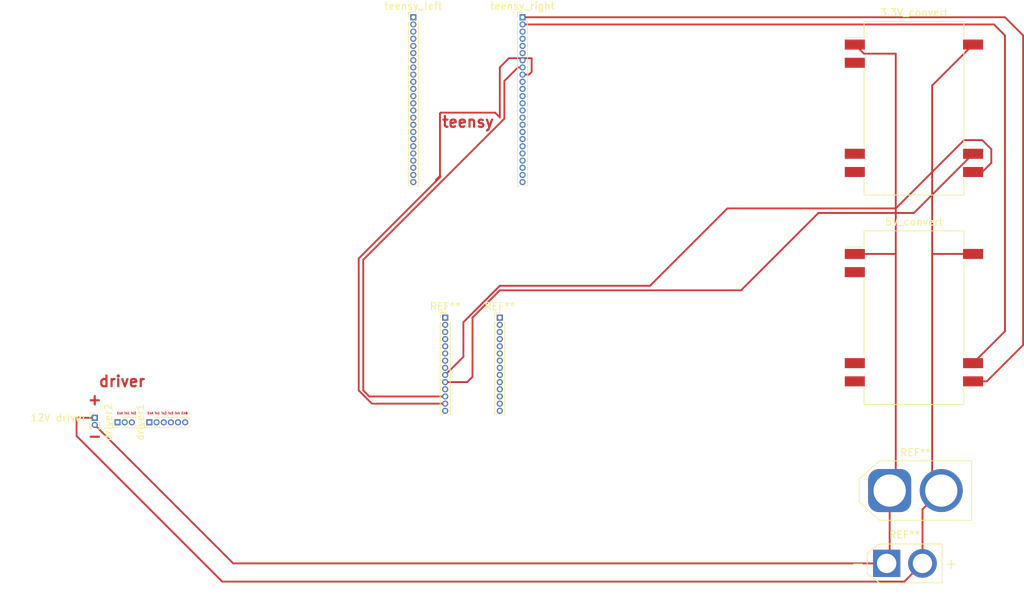
<source format=kicad_pcb>
(kicad_pcb (version 20171130) (host pcbnew 5.1.9+dfsg1-1+deb11u1)

  (general
    (thickness 1.6)
    (drawings 6)
    (tracks 75)
    (zones 0)
    (modules 11)
    (nets 1)
  )

  (page A4)
  (layers
    (0 F.Cu signal)
    (31 B.Cu signal)
    (32 B.Adhes user)
    (33 F.Adhes user)
    (34 B.Paste user)
    (35 F.Paste user)
    (36 B.SilkS user)
    (37 F.SilkS user)
    (38 B.Mask user)
    (39 F.Mask user)
    (40 Dwgs.User user)
    (41 Cmts.User user)
    (42 Eco1.User user)
    (43 Eco2.User user)
    (44 Edge.Cuts user)
    (45 Margin user)
    (46 B.CrtYd user)
    (47 F.CrtYd user)
    (48 B.Fab user)
    (49 F.Fab user)
  )

  (setup
    (last_trace_width 0.25)
    (trace_clearance 0.2)
    (zone_clearance 0.508)
    (zone_45_only no)
    (trace_min 0.2)
    (via_size 0.8)
    (via_drill 0.4)
    (via_min_size 0.4)
    (via_min_drill 0.3)
    (uvia_size 0.3)
    (uvia_drill 0.1)
    (uvias_allowed no)
    (uvia_min_size 0.2)
    (uvia_min_drill 0.1)
    (edge_width 0.05)
    (segment_width 0.2)
    (pcb_text_width 0.3)
    (pcb_text_size 1.5 1.5)
    (mod_edge_width 0.12)
    (mod_text_size 1 1)
    (mod_text_width 0.15)
    (pad_size 1.524 1.524)
    (pad_drill 0.762)
    (pad_to_mask_clearance 0)
    (aux_axis_origin 0 0)
    (visible_elements FFFFFF7F)
    (pcbplotparams
      (layerselection 0x010fc_ffffffff)
      (usegerberextensions false)
      (usegerberattributes true)
      (usegerberadvancedattributes true)
      (creategerberjobfile true)
      (excludeedgelayer true)
      (linewidth 0.100000)
      (plotframeref false)
      (viasonmask false)
      (mode 1)
      (useauxorigin false)
      (hpglpennumber 1)
      (hpglpenspeed 20)
      (hpglpendiameter 15.000000)
      (psnegative false)
      (psa4output false)
      (plotreference true)
      (plotvalue true)
      (plotinvisibletext false)
      (padsonsilk false)
      (subtractmaskfromsilk false)
      (outputformat 1)
      (mirror false)
      (drillshape 1)
      (scaleselection 1)
      (outputdirectory ""))
  )

  (net 0 "")

  (net_class Default "This is the default net class."
    (clearance 0.2)
    (trace_width 0.25)
    (via_dia 0.8)
    (via_drill 0.4)
    (uvia_dia 0.3)
    (uvia_drill 0.1)
  )

  (module Connector_PinHeader_1.00mm:PinHeader_1x14_P1.00mm_Vertical (layer F.Cu) (tedit 59FED738) (tstamp 66340939)
    (at 145.415 123.19)
    (descr "Through hole straight pin header, 1x14, 1.00mm pitch, single row")
    (tags "Through hole pin header THT 1x14 1.00mm single row")
    (fp_text reference REF** (at 0 -1.56) (layer F.SilkS)
      (effects (font (size 1 1) (thickness 0.15)))
    )
    (fp_text value PinHeader_1x14_P1.00mm_Vertical (at 0 14.56) (layer F.Fab)
      (effects (font (size 1 1) (thickness 0.15)))
    )
    (fp_line (start 1.15 -1) (end -1.15 -1) (layer F.CrtYd) (width 0.05))
    (fp_line (start 1.15 14) (end 1.15 -1) (layer F.CrtYd) (width 0.05))
    (fp_line (start -1.15 14) (end 1.15 14) (layer F.CrtYd) (width 0.05))
    (fp_line (start -1.15 -1) (end -1.15 14) (layer F.CrtYd) (width 0.05))
    (fp_line (start -0.695 -0.685) (end 0 -0.685) (layer F.SilkS) (width 0.12))
    (fp_line (start -0.695 0) (end -0.695 -0.685) (layer F.SilkS) (width 0.12))
    (fp_line (start 0.608276 0.685) (end 0.695 0.685) (layer F.SilkS) (width 0.12))
    (fp_line (start -0.695 0.685) (end -0.608276 0.685) (layer F.SilkS) (width 0.12))
    (fp_line (start 0.695 0.685) (end 0.695 13.56) (layer F.SilkS) (width 0.12))
    (fp_line (start -0.695 0.685) (end -0.695 13.56) (layer F.SilkS) (width 0.12))
    (fp_line (start 0.394493 13.56) (end 0.695 13.56) (layer F.SilkS) (width 0.12))
    (fp_line (start -0.695 13.56) (end -0.394493 13.56) (layer F.SilkS) (width 0.12))
    (fp_line (start -0.635 -0.1825) (end -0.3175 -0.5) (layer F.Fab) (width 0.1))
    (fp_line (start -0.635 13.5) (end -0.635 -0.1825) (layer F.Fab) (width 0.1))
    (fp_line (start 0.635 13.5) (end -0.635 13.5) (layer F.Fab) (width 0.1))
    (fp_line (start 0.635 -0.5) (end 0.635 13.5) (layer F.Fab) (width 0.1))
    (fp_line (start -0.3175 -0.5) (end 0.635 -0.5) (layer F.Fab) (width 0.1))
    (fp_text user %R (at 0 6.5 90) (layer F.Fab)
      (effects (font (size 0.76 0.76) (thickness 0.114)))
    )
    (pad 1 thru_hole rect (at 0 0) (size 0.85 0.85) (drill 0.5) (layers *.Cu *.Mask))
    (pad 2 thru_hole oval (at 0 1) (size 0.85 0.85) (drill 0.5) (layers *.Cu *.Mask))
    (pad 3 thru_hole oval (at 0 2) (size 0.85 0.85) (drill 0.5) (layers *.Cu *.Mask))
    (pad 4 thru_hole oval (at 0 3) (size 0.85 0.85) (drill 0.5) (layers *.Cu *.Mask))
    (pad 5 thru_hole oval (at 0 4) (size 0.85 0.85) (drill 0.5) (layers *.Cu *.Mask))
    (pad 6 thru_hole oval (at 0 5) (size 0.85 0.85) (drill 0.5) (layers *.Cu *.Mask))
    (pad 7 thru_hole oval (at 0 6) (size 0.85 0.85) (drill 0.5) (layers *.Cu *.Mask))
    (pad 8 thru_hole oval (at 0 7) (size 0.85 0.85) (drill 0.5) (layers *.Cu *.Mask))
    (pad 9 thru_hole oval (at 0 8) (size 0.85 0.85) (drill 0.5) (layers *.Cu *.Mask))
    (pad 10 thru_hole oval (at 0 9) (size 0.85 0.85) (drill 0.5) (layers *.Cu *.Mask))
    (pad 11 thru_hole oval (at 0 10) (size 0.85 0.85) (drill 0.5) (layers *.Cu *.Mask))
    (pad 12 thru_hole oval (at 0 11) (size 0.85 0.85) (drill 0.5) (layers *.Cu *.Mask))
    (pad 13 thru_hole oval (at 0 12) (size 0.85 0.85) (drill 0.5) (layers *.Cu *.Mask))
    (pad 14 thru_hole oval (at 0 13) (size 0.85 0.85) (drill 0.5) (layers *.Cu *.Mask))
    (model ${KISYS3DMOD}/Connector_PinHeader_1.00mm.3dshapes/PinHeader_1x14_P1.00mm_Vertical.wrl
      (at (xyz 0 0 0))
      (scale (xyz 1 1 1))
      (rotate (xyz 0 0 0))
    )
  )

  (module Connector_PinHeader_1.00mm:PinHeader_1x14_P1.00mm_Vertical (layer F.Cu) (tedit 59FED738) (tstamp 66340934)
    (at 137.795 123.19)
    (descr "Through hole straight pin header, 1x14, 1.00mm pitch, single row")
    (tags "Through hole pin header THT 1x14 1.00mm single row")
    (fp_text reference REF** (at 0 -1.56) (layer F.SilkS)
      (effects (font (size 1 1) (thickness 0.15)))
    )
    (fp_text value PinHeader_1x14_P1.00mm_Vertical (at 0 14.56) (layer F.Fab)
      (effects (font (size 1 1) (thickness 0.15)))
    )
    (fp_text user %R (at 0 6.5 90) (layer F.Fab)
      (effects (font (size 0.76 0.76) (thickness 0.114)))
    )
    (fp_line (start -0.3175 -0.5) (end 0.635 -0.5) (layer F.Fab) (width 0.1))
    (fp_line (start 0.635 -0.5) (end 0.635 13.5) (layer F.Fab) (width 0.1))
    (fp_line (start 0.635 13.5) (end -0.635 13.5) (layer F.Fab) (width 0.1))
    (fp_line (start -0.635 13.5) (end -0.635 -0.1825) (layer F.Fab) (width 0.1))
    (fp_line (start -0.635 -0.1825) (end -0.3175 -0.5) (layer F.Fab) (width 0.1))
    (fp_line (start -0.695 13.56) (end -0.394493 13.56) (layer F.SilkS) (width 0.12))
    (fp_line (start 0.394493 13.56) (end 0.695 13.56) (layer F.SilkS) (width 0.12))
    (fp_line (start -0.695 0.685) (end -0.695 13.56) (layer F.SilkS) (width 0.12))
    (fp_line (start 0.695 0.685) (end 0.695 13.56) (layer F.SilkS) (width 0.12))
    (fp_line (start -0.695 0.685) (end -0.608276 0.685) (layer F.SilkS) (width 0.12))
    (fp_line (start 0.608276 0.685) (end 0.695 0.685) (layer F.SilkS) (width 0.12))
    (fp_line (start -0.695 0) (end -0.695 -0.685) (layer F.SilkS) (width 0.12))
    (fp_line (start -0.695 -0.685) (end 0 -0.685) (layer F.SilkS) (width 0.12))
    (fp_line (start -1.15 -1) (end -1.15 14) (layer F.CrtYd) (width 0.05))
    (fp_line (start -1.15 14) (end 1.15 14) (layer F.CrtYd) (width 0.05))
    (fp_line (start 1.15 14) (end 1.15 -1) (layer F.CrtYd) (width 0.05))
    (fp_line (start 1.15 -1) (end -1.15 -1) (layer F.CrtYd) (width 0.05))
    (pad 14 thru_hole oval (at 0 13) (size 0.85 0.85) (drill 0.5) (layers *.Cu *.Mask))
    (pad 13 thru_hole oval (at 0 12) (size 0.85 0.85) (drill 0.5) (layers *.Cu *.Mask))
    (pad 12 thru_hole oval (at 0 11) (size 0.85 0.85) (drill 0.5) (layers *.Cu *.Mask))
    (pad 11 thru_hole oval (at 0 10) (size 0.85 0.85) (drill 0.5) (layers *.Cu *.Mask))
    (pad 10 thru_hole oval (at 0 9) (size 0.85 0.85) (drill 0.5) (layers *.Cu *.Mask))
    (pad 9 thru_hole oval (at 0 8) (size 0.85 0.85) (drill 0.5) (layers *.Cu *.Mask))
    (pad 8 thru_hole oval (at 0 7) (size 0.85 0.85) (drill 0.5) (layers *.Cu *.Mask))
    (pad 7 thru_hole oval (at 0 6) (size 0.85 0.85) (drill 0.5) (layers *.Cu *.Mask))
    (pad 6 thru_hole oval (at 0 5) (size 0.85 0.85) (drill 0.5) (layers *.Cu *.Mask))
    (pad 5 thru_hole oval (at 0 4) (size 0.85 0.85) (drill 0.5) (layers *.Cu *.Mask))
    (pad 4 thru_hole oval (at 0 3) (size 0.85 0.85) (drill 0.5) (layers *.Cu *.Mask))
    (pad 3 thru_hole oval (at 0 2) (size 0.85 0.85) (drill 0.5) (layers *.Cu *.Mask))
    (pad 2 thru_hole oval (at 0 1) (size 0.85 0.85) (drill 0.5) (layers *.Cu *.Mask))
    (pad 1 thru_hole rect (at 0 0) (size 0.85 0.85) (drill 0.5) (layers *.Cu *.Mask))
    (model ${KISYS3DMOD}/Connector_PinHeader_1.00mm.3dshapes/PinHeader_1x14_P1.00mm_Vertical.wrl
      (at (xyz 0 0 0))
      (scale (xyz 1 1 1))
      (rotate (xyz 0 0 0))
    )
  )

  (module Connector_PinHeader_1.00mm:PinHeader_1x03_P1.00mm_Vertical (layer F.Cu) (tedit 59FED738) (tstamp 6633FB17)
    (at 92.075 137.795 90)
    (descr "Through hole straight pin header, 1x03, 1.00mm pitch, single row")
    (tags "Through hole pin header THT 1x03 1.00mm single row")
    (fp_text reference driver2 (at 0 -1.27 90) (layer F.SilkS)
      (effects (font (size 1 1) (thickness 0.15)))
    )
    (fp_text value PinHeader_1x03_P1.00mm_Vertical (at 3.81 12.7 90) (layer F.Fab)
      (effects (font (size 1 1) (thickness 0.15)))
    )
    (fp_text user %R (at 0 1) (layer F.Fab)
      (effects (font (size 0.76 0.76) (thickness 0.114)))
    )
    (fp_line (start -0.3175 -0.5) (end 0.635 -0.5) (layer F.Fab) (width 0.1))
    (fp_line (start 0.635 -0.5) (end 0.635 2.5) (layer F.Fab) (width 0.1))
    (fp_line (start 0.635 2.5) (end -0.635 2.5) (layer F.Fab) (width 0.1))
    (fp_line (start -0.635 2.5) (end -0.635 -0.1825) (layer F.Fab) (width 0.1))
    (fp_line (start -0.635 -0.1825) (end -0.3175 -0.5) (layer F.Fab) (width 0.1))
    (fp_line (start -0.695 2.56) (end -0.394493 2.56) (layer F.SilkS) (width 0.12))
    (fp_line (start 0.394493 2.56) (end 0.695 2.56) (layer F.SilkS) (width 0.12))
    (fp_line (start -0.695 0.685) (end -0.695 2.56) (layer F.SilkS) (width 0.12))
    (fp_line (start 0.695 0.685) (end 0.695 2.56) (layer F.SilkS) (width 0.12))
    (fp_line (start -0.695 0.685) (end -0.608276 0.685) (layer F.SilkS) (width 0.12))
    (fp_line (start 0.608276 0.685) (end 0.695 0.685) (layer F.SilkS) (width 0.12))
    (fp_line (start -0.695 0) (end -0.695 -0.685) (layer F.SilkS) (width 0.12))
    (fp_line (start -0.695 -0.685) (end 0 -0.685) (layer F.SilkS) (width 0.12))
    (fp_line (start -1.15 -1) (end -1.15 3) (layer F.CrtYd) (width 0.05))
    (fp_line (start -1.15 3) (end 1.15 3) (layer F.CrtYd) (width 0.05))
    (fp_line (start 1.15 3) (end 1.15 -1) (layer F.CrtYd) (width 0.05))
    (fp_line (start 1.15 -1) (end -1.15 -1) (layer F.CrtYd) (width 0.05))
    (pad 3 thru_hole oval (at 0 2 90) (size 0.85 0.85) (drill 0.5) (layers *.Cu *.Mask))
    (pad 2 thru_hole oval (at 0 1 90) (size 0.85 0.85) (drill 0.5) (layers *.Cu *.Mask))
    (pad 1 thru_hole rect (at 0 0 90) (size 0.85 0.85) (drill 0.5) (layers *.Cu *.Mask))
    (model ${KISYS3DMOD}/Connector_PinHeader_1.00mm.3dshapes/PinHeader_1x03_P1.00mm_Vertical.wrl
      (at (xyz 0 0 0))
      (scale (xyz 1 1 1))
      (rotate (xyz 0 0 0))
    )
  )

  (module Connector_PinHeader_1.00mm:PinHeader_1x02_P1.00mm_Vertical (layer F.Cu) (tedit 59FED738) (tstamp 6633F268)
    (at 88.9 137.16)
    (descr "Through hole straight pin header, 1x02, 1.00mm pitch, single row")
    (tags "Through hole pin header THT 1x02 1.00mm single row")
    (fp_text reference "12V driver" (at -5.08 0) (layer F.SilkS)
      (effects (font (size 1 1) (thickness 0.15)))
    )
    (fp_text value PinHeader_1x02_P1.00mm_Vertical (at 0 5.08) (layer F.Fab)
      (effects (font (size 1 1) (thickness 0.15)))
    )
    (fp_line (start -0.3175 -0.5) (end 0.635 -0.5) (layer F.Fab) (width 0.1))
    (fp_line (start 0.635 -0.5) (end 0.635 1.5) (layer F.Fab) (width 0.1))
    (fp_line (start 0.635 1.5) (end -0.635 1.5) (layer F.Fab) (width 0.1))
    (fp_line (start -0.635 1.5) (end -0.635 -0.1825) (layer F.Fab) (width 0.1))
    (fp_line (start -0.635 -0.1825) (end -0.3175 -0.5) (layer F.Fab) (width 0.1))
    (fp_line (start -0.695 1.56) (end -0.394493 1.56) (layer F.SilkS) (width 0.12))
    (fp_line (start 0.394493 1.56) (end 0.695 1.56) (layer F.SilkS) (width 0.12))
    (fp_line (start -0.695 0.685) (end -0.695 1.56) (layer F.SilkS) (width 0.12))
    (fp_line (start 0.695 0.685) (end 0.695 1.56) (layer F.SilkS) (width 0.12))
    (fp_line (start -0.695 0.685) (end -0.608276 0.685) (layer F.SilkS) (width 0.12))
    (fp_line (start 0.608276 0.685) (end 0.695 0.685) (layer F.SilkS) (width 0.12))
    (fp_line (start -0.695 0) (end -0.695 -0.685) (layer F.SilkS) (width 0.12))
    (fp_line (start -0.695 -0.685) (end 0 -0.685) (layer F.SilkS) (width 0.12))
    (fp_line (start -1.15 -1) (end -1.15 2) (layer F.CrtYd) (width 0.05))
    (fp_line (start -1.15 2) (end 1.15 2) (layer F.CrtYd) (width 0.05))
    (fp_line (start 1.15 2) (end 1.15 -1) (layer F.CrtYd) (width 0.05))
    (fp_line (start 1.15 -1) (end -1.15 -1) (layer F.CrtYd) (width 0.05))
    (pad 2 thru_hole oval (at 0 1) (size 0.85 0.85) (drill 0.5) (layers *.Cu *.Mask))
    (pad 1 thru_hole rect (at 0 0) (size 0.85 0.85) (drill 0.5) (layers *.Cu *.Mask))
    (model ${KISYS3DMOD}/Connector_PinHeader_1.00mm.3dshapes/PinHeader_1x02_P1.00mm_Vertical.wrl
      (at (xyz 0 0 0))
      (scale (xyz 1 1 1))
      (rotate (xyz 0 0 0))
    )
  )

  (module Connector_PinHeader_1.00mm:PinHeader_1x06_P1.00mm_Vertical (layer F.Cu) (tedit 59FED738) (tstamp 6633EB33)
    (at 96.52 137.795 90)
    (descr "Through hole straight pin header, 1x06, 1.00mm pitch, single row")
    (tags "Through hole pin header THT 1x06 1.00mm single row")
    (fp_text reference driver1 (at 0 -1.27 90) (layer F.SilkS)
      (effects (font (size 1 1) (thickness 0.15)))
    )
    (fp_text value PinHeader_1x06_P1.00mm_Vertical (at 7.62 6.56 90) (layer F.Fab)
      (effects (font (size 1 1) (thickness 0.15)))
    )
    (fp_line (start -0.3175 -0.5) (end 0.635 -0.5) (layer F.Fab) (width 0.1))
    (fp_line (start 0.635 -0.5) (end 0.635 5.5) (layer F.Fab) (width 0.1))
    (fp_line (start 0.635 5.5) (end -0.635 5.5) (layer F.Fab) (width 0.1))
    (fp_line (start -0.635 5.5) (end -0.635 -0.1825) (layer F.Fab) (width 0.1))
    (fp_line (start -0.635 -0.1825) (end -0.3175 -0.5) (layer F.Fab) (width 0.1))
    (fp_line (start -0.695 5.56) (end -0.394493 5.56) (layer F.SilkS) (width 0.12))
    (fp_line (start 0.394493 5.56) (end 0.695 5.56) (layer F.SilkS) (width 0.12))
    (fp_line (start -0.695 0.685) (end -0.695 5.56) (layer F.SilkS) (width 0.12))
    (fp_line (start 0.695 0.685) (end 0.695 5.56) (layer F.SilkS) (width 0.12))
    (fp_line (start -0.695 0.685) (end -0.608276 0.685) (layer F.SilkS) (width 0.12))
    (fp_line (start 0.608276 0.685) (end 0.695 0.685) (layer F.SilkS) (width 0.12))
    (fp_line (start -0.695 0) (end -0.695 -0.685) (layer F.SilkS) (width 0.12))
    (fp_line (start -0.695 -0.685) (end 0 -0.685) (layer F.SilkS) (width 0.12))
    (fp_line (start -1.15 -1) (end -1.15 6) (layer F.CrtYd) (width 0.05))
    (fp_line (start -1.15 6) (end 1.15 6) (layer F.CrtYd) (width 0.05))
    (fp_line (start 1.15 6) (end 1.15 -1) (layer F.CrtYd) (width 0.05))
    (fp_line (start 1.15 -1) (end -1.15 -1) (layer F.CrtYd) (width 0.05))
    (pad 6 thru_hole oval (at 0 5 90) (size 0.85 0.85) (drill 0.5) (layers *.Cu *.Mask))
    (pad 5 thru_hole oval (at 0 4 90) (size 0.85 0.85) (drill 0.5) (layers *.Cu *.Mask))
    (pad 4 thru_hole oval (at 0 3 90) (size 0.85 0.85) (drill 0.5) (layers *.Cu *.Mask))
    (pad 3 thru_hole oval (at 0 2 90) (size 0.85 0.85) (drill 0.5) (layers *.Cu *.Mask))
    (pad 2 thru_hole oval (at 0 1 90) (size 0.85 0.85) (drill 0.5) (layers *.Cu *.Mask))
    (pad 1 thru_hole rect (at 0 0 90) (size 0.85 0.85) (drill 0.5) (layers *.Cu *.Mask))
    (model ${KISYS3DMOD}/Connector_PinHeader_1.00mm.3dshapes/PinHeader_1x06_P1.00mm_Vertical.wrl
      (at (xyz 0 0 0))
      (scale (xyz 1 1 1))
      (rotate (xyz 0 0 0))
    )
  )

  (module Converter_DCDC:Converter_DCDC_Artesyn_ATA_SMD (layer F.Cu) (tedit 5BF2C1CB) (tstamp 6633D2D0)
    (at 203.2 93.98)
    (descr "DCDC-Converter, Artesyn, ATA Series, 3W Single and Dual Output, 1500VDC Isolation, 24.0x13.7x8.0mm https://www.artesyn.com/power/assets/ata_series_ds_01apr2015_79c25814fd.pdf https://www.artesyn.com/power/assets/trn_dc-dc_ata_3w_series_releas1430412818_techref.pdf")
    (tags "DCDC SMD")
    (attr smd)
    (fp_text reference 3.3V_convert (at 0 -13.35) (layer F.SilkS)
      (effects (font (size 1 1) (thickness 0.15)))
    )
    (fp_text value Converter_DCDC_Artesyn_ATA_SMD (at 0 13.5) (layer F.Fab)
      (effects (font (size 1 1) (thickness 0.15)))
    )
    (fp_line (start 6.96 -7.93) (end 6.96 5.4) (layer F.SilkS) (width 0.12))
    (fp_line (start -6.96 -5.4) (end -6.96 5.39) (layer F.SilkS) (width 0.12))
    (fp_line (start -6.85 -11) (end -5.85 -12) (layer F.Fab) (width 0.1))
    (fp_line (start -7.1 9.84) (end -7.1 12.25) (layer F.CrtYd) (width 0.05))
    (fp_line (start -9.9 9.84) (end -7.1 9.84) (layer F.CrtYd) (width 0.05))
    (fp_line (start 7.1 9.84) (end 7.1 12.25) (layer F.CrtYd) (width 0.05))
    (fp_line (start 9.9 9.84) (end 7.1 9.84) (layer F.CrtYd) (width 0.05))
    (fp_line (start 7.1 -9.84) (end 9.9 -9.84) (layer F.CrtYd) (width 0.05))
    (fp_line (start 7.1 -12.25) (end 7.1 -9.84) (layer F.CrtYd) (width 0.05))
    (fp_line (start -7.1 -9.84) (end -7.1 -12.25) (layer F.CrtYd) (width 0.05))
    (fp_line (start -9.9 -9.84) (end -7.1 -9.84) (layer F.CrtYd) (width 0.05))
    (fp_line (start 6.96 9.84) (end 6.96 12.11) (layer F.SilkS) (width 0.12))
    (fp_line (start -6.96 9.84) (end -6.96 12.11) (layer F.SilkS) (width 0.12))
    (fp_line (start 6.96 12.11) (end -6.96 12.11) (layer F.SilkS) (width 0.12))
    (fp_line (start 6.96 -12.11) (end 6.96 -9.84) (layer F.SilkS) (width 0.12))
    (fp_line (start -6.96 -9.84) (end -9.55 -9.84) (layer F.SilkS) (width 0.12))
    (fp_line (start -6.96 -12.11) (end -6.96 -9.84) (layer F.SilkS) (width 0.12))
    (fp_line (start 6.96 -12.11) (end -6.96 -12.11) (layer F.SilkS) (width 0.12))
    (fp_line (start 9.9 9.84) (end 9.9 -9.84) (layer F.CrtYd) (width 0.05))
    (fp_line (start -7.1 12.25) (end 7.1 12.25) (layer F.CrtYd) (width 0.05))
    (fp_line (start -9.9 -9.84) (end -9.9 9.84) (layer F.CrtYd) (width 0.05))
    (fp_line (start 7.1 -12.25) (end -7.1 -12.25) (layer F.CrtYd) (width 0.05))
    (fp_line (start 6.85 -12) (end -5.85 -12) (layer F.Fab) (width 0.1))
    (fp_line (start 6.85 12) (end 6.85 -12) (layer F.Fab) (width 0.1))
    (fp_line (start -6.85 12) (end 6.85 12) (layer F.Fab) (width 0.1))
    (fp_line (start -6.85 -11) (end -6.85 12) (layer F.Fab) (width 0.1))
    (fp_text user %R (at 0 0) (layer F.Fab)
      (effects (font (size 1 1) (thickness 0.15)))
    )
    (pad 1 smd rect (at -8.25 -8.89) (size 2.8 1.4) (layers F.Cu F.Paste F.Mask))
    (pad 2 smd rect (at -8.25 -6.35) (size 2.8 1.4) (layers F.Cu F.Paste F.Mask))
    (pad 7 smd rect (at -8.25 6.35) (size 2.8 1.4) (layers F.Cu F.Paste F.Mask))
    (pad 8 smd rect (at -8.25 8.89) (size 2.8 1.4) (layers F.Cu F.Paste F.Mask))
    (pad 9 smd rect (at 8.25 8.89) (size 2.8 1.4) (layers F.Cu F.Paste F.Mask))
    (pad 10 smd rect (at 8.25 6.35) (size 2.8 1.4) (layers F.Cu F.Paste F.Mask))
    (pad 16 smd rect (at 8.25 -8.89) (size 2.8 1.4) (layers F.Cu F.Paste F.Mask))
    (model ${KISYS3DMOD}/Converter_DCDC.3dshapes/Converter_DCDC_Artesyn_ATA_SMD.wrl
      (at (xyz 0 0 0))
      (scale (xyz 1 1 1))
      (rotate (xyz 0 0 0))
    )
  )

  (module Converter_DCDC:Converter_DCDC_Artesyn_ATA_SMD (layer F.Cu) (tedit 5BF2C1CB) (tstamp 66337D0A)
    (at 203.2 123.19)
    (descr "DCDC-Converter, Artesyn, ATA Series, 3W Single and Dual Output, 1500VDC Isolation, 24.0x13.7x8.0mm https://www.artesyn.com/power/assets/ata_series_ds_01apr2015_79c25814fd.pdf https://www.artesyn.com/power/assets/trn_dc-dc_ata_3w_series_releas1430412818_techref.pdf")
    (tags "DCDC SMD")
    (attr smd)
    (fp_text reference 5V_convert (at 0 -13.35) (layer F.SilkS)
      (effects (font (size 1 1) (thickness 0.15)))
    )
    (fp_text value Converter_DCDC_Artesyn_ATA_SMD (at 0 13.5) (layer F.Fab)
      (effects (font (size 1 1) (thickness 0.15)))
    )
    (fp_text user %R (at 0 0) (layer F.Fab)
      (effects (font (size 1 1) (thickness 0.15)))
    )
    (fp_line (start -6.85 -11) (end -6.85 12) (layer F.Fab) (width 0.1))
    (fp_line (start -6.85 12) (end 6.85 12) (layer F.Fab) (width 0.1))
    (fp_line (start 6.85 12) (end 6.85 -12) (layer F.Fab) (width 0.1))
    (fp_line (start 6.85 -12) (end -5.85 -12) (layer F.Fab) (width 0.1))
    (fp_line (start 7.1 -12.25) (end -7.1 -12.25) (layer F.CrtYd) (width 0.05))
    (fp_line (start -9.9 -9.84) (end -9.9 9.84) (layer F.CrtYd) (width 0.05))
    (fp_line (start -7.1 12.25) (end 7.1 12.25) (layer F.CrtYd) (width 0.05))
    (fp_line (start 9.9 9.84) (end 9.9 -9.84) (layer F.CrtYd) (width 0.05))
    (fp_line (start 6.96 -12.11) (end -6.96 -12.11) (layer F.SilkS) (width 0.12))
    (fp_line (start -6.96 -12.11) (end -6.96 -9.84) (layer F.SilkS) (width 0.12))
    (fp_line (start -6.96 -9.84) (end -9.55 -9.84) (layer F.SilkS) (width 0.12))
    (fp_line (start 6.96 -12.11) (end 6.96 -9.84) (layer F.SilkS) (width 0.12))
    (fp_line (start 6.96 12.11) (end -6.96 12.11) (layer F.SilkS) (width 0.12))
    (fp_line (start -6.96 9.84) (end -6.96 12.11) (layer F.SilkS) (width 0.12))
    (fp_line (start 6.96 9.84) (end 6.96 12.11) (layer F.SilkS) (width 0.12))
    (fp_line (start -9.9 -9.84) (end -7.1 -9.84) (layer F.CrtYd) (width 0.05))
    (fp_line (start -7.1 -9.84) (end -7.1 -12.25) (layer F.CrtYd) (width 0.05))
    (fp_line (start 7.1 -12.25) (end 7.1 -9.84) (layer F.CrtYd) (width 0.05))
    (fp_line (start 7.1 -9.84) (end 9.9 -9.84) (layer F.CrtYd) (width 0.05))
    (fp_line (start 9.9 9.84) (end 7.1 9.84) (layer F.CrtYd) (width 0.05))
    (fp_line (start 7.1 9.84) (end 7.1 12.25) (layer F.CrtYd) (width 0.05))
    (fp_line (start -9.9 9.84) (end -7.1 9.84) (layer F.CrtYd) (width 0.05))
    (fp_line (start -7.1 9.84) (end -7.1 12.25) (layer F.CrtYd) (width 0.05))
    (fp_line (start -6.85 -11) (end -5.85 -12) (layer F.Fab) (width 0.1))
    (fp_line (start -6.96 -5.4) (end -6.96 5.39) (layer F.SilkS) (width 0.12))
    (fp_line (start 6.96 -7.93) (end 6.96 5.4) (layer F.SilkS) (width 0.12))
    (pad 16 smd rect (at 8.25 -8.89) (size 2.8 1.4) (layers F.Cu F.Paste F.Mask))
    (pad 10 smd rect (at 8.25 6.35) (size 2.8 1.4) (layers F.Cu F.Paste F.Mask))
    (pad 9 smd rect (at 8.25 8.89) (size 2.8 1.4) (layers F.Cu F.Paste F.Mask))
    (pad 8 smd rect (at -8.25 8.89) (size 2.8 1.4) (layers F.Cu F.Paste F.Mask))
    (pad 7 smd rect (at -8.25 6.35) (size 2.8 1.4) (layers F.Cu F.Paste F.Mask))
    (pad 2 smd rect (at -8.25 -6.35) (size 2.8 1.4) (layers F.Cu F.Paste F.Mask))
    (pad 1 smd rect (at -8.25 -8.89) (size 2.8 1.4) (layers F.Cu F.Paste F.Mask))
    (model ${KISYS3DMOD}/Converter_DCDC.3dshapes/Converter_DCDC_Artesyn_ATA_SMD.wrl
      (at (xyz 0 0 0))
      (scale (xyz 1 1 1))
      (rotate (xyz 0 0 0))
    )
  )

  (module Connector_PinHeader_1.00mm:PinHeader_1x24_P1.00mm_Vertical (layer F.Cu) (tedit 59FED738) (tstamp 66337024)
    (at 148.59 81.28)
    (descr "Through hole straight pin header, 1x24, 1.00mm pitch, single row")
    (tags "Through hole pin header THT 1x24 1.00mm single row")
    (fp_text reference teensy_right (at 0 -1.56) (layer F.SilkS)
      (effects (font (size 1 1) (thickness 0.15)))
    )
    (fp_text value PinHeader_1x24_P1.00mm_Vertical (at 0 25.4) (layer F.Fab)
      (effects (font (size 1 1) (thickness 0.15)))
    )
    (fp_text user %R (at 0 11.5 90) (layer F.Fab)
      (effects (font (size 0.76 0.76) (thickness 0.114)))
    )
    (fp_line (start 1.15 -1) (end -1.15 -1) (layer F.CrtYd) (width 0.05))
    (fp_line (start 1.15 24) (end 1.15 -1) (layer F.CrtYd) (width 0.05))
    (fp_line (start -1.15 24) (end 1.15 24) (layer F.CrtYd) (width 0.05))
    (fp_line (start -1.15 -1) (end -1.15 24) (layer F.CrtYd) (width 0.05))
    (fp_line (start -0.695 -0.685) (end 0 -0.685) (layer F.SilkS) (width 0.12))
    (fp_line (start -0.695 0) (end -0.695 -0.685) (layer F.SilkS) (width 0.12))
    (fp_line (start 0.608276 0.685) (end 0.695 0.685) (layer F.SilkS) (width 0.12))
    (fp_line (start -0.695 0.685) (end -0.608276 0.685) (layer F.SilkS) (width 0.12))
    (fp_line (start 0.695 0.685) (end 0.695 23.56) (layer F.SilkS) (width 0.12))
    (fp_line (start -0.695 0.685) (end -0.695 23.56) (layer F.SilkS) (width 0.12))
    (fp_line (start 0.394493 23.56) (end 0.695 23.56) (layer F.SilkS) (width 0.12))
    (fp_line (start -0.695 23.56) (end -0.394493 23.56) (layer F.SilkS) (width 0.12))
    (fp_line (start -0.635 -0.1825) (end -0.3175 -0.5) (layer F.Fab) (width 0.1))
    (fp_line (start -0.635 23.5) (end -0.635 -0.1825) (layer F.Fab) (width 0.1))
    (fp_line (start 0.635 23.5) (end -0.635 23.5) (layer F.Fab) (width 0.1))
    (fp_line (start 0.635 -0.5) (end 0.635 23.5) (layer F.Fab) (width 0.1))
    (fp_line (start -0.3175 -0.5) (end 0.635 -0.5) (layer F.Fab) (width 0.1))
    (pad 24 thru_hole oval (at 0 23) (size 0.85 0.85) (drill 0.5) (layers *.Cu *.Mask))
    (pad 23 thru_hole oval (at 0 22) (size 0.85 0.85) (drill 0.5) (layers *.Cu *.Mask))
    (pad 22 thru_hole oval (at 0 21) (size 0.85 0.85) (drill 0.5) (layers *.Cu *.Mask))
    (pad 21 thru_hole oval (at 0 20) (size 0.85 0.85) (drill 0.5) (layers *.Cu *.Mask))
    (pad 20 thru_hole oval (at 0 19) (size 0.85 0.85) (drill 0.5) (layers *.Cu *.Mask))
    (pad 19 thru_hole oval (at 0 18) (size 0.85 0.85) (drill 0.5) (layers *.Cu *.Mask))
    (pad 18 thru_hole oval (at 0 17) (size 0.85 0.85) (drill 0.5) (layers *.Cu *.Mask))
    (pad 17 thru_hole oval (at 0 16) (size 0.85 0.85) (drill 0.5) (layers *.Cu *.Mask))
    (pad 16 thru_hole oval (at 0 15) (size 0.85 0.85) (drill 0.5) (layers *.Cu *.Mask))
    (pad 15 thru_hole oval (at 0 14) (size 0.85 0.85) (drill 0.5) (layers *.Cu *.Mask))
    (pad 14 thru_hole oval (at 0 13) (size 0.85 0.85) (drill 0.5) (layers *.Cu *.Mask))
    (pad 13 thru_hole oval (at 0 12) (size 0.85 0.85) (drill 0.5) (layers *.Cu *.Mask))
    (pad 12 thru_hole oval (at 0 11) (size 0.85 0.85) (drill 0.5) (layers *.Cu *.Mask))
    (pad 11 thru_hole oval (at 0 10) (size 0.85 0.85) (drill 0.5) (layers *.Cu *.Mask))
    (pad 10 thru_hole oval (at 0 9) (size 0.85 0.85) (drill 0.5) (layers *.Cu *.Mask))
    (pad 9 thru_hole oval (at 0 8) (size 0.85 0.85) (drill 0.5) (layers *.Cu *.Mask))
    (pad 8 thru_hole oval (at 0 7) (size 0.85 0.85) (drill 0.5) (layers *.Cu *.Mask))
    (pad 7 thru_hole oval (at 0 6) (size 0.85 0.85) (drill 0.5) (layers *.Cu *.Mask))
    (pad 6 thru_hole oval (at 0 5) (size 0.85 0.85) (drill 0.5) (layers *.Cu *.Mask))
    (pad 5 thru_hole oval (at 0 4) (size 0.85 0.85) (drill 0.5) (layers *.Cu *.Mask))
    (pad 4 thru_hole oval (at 0 3) (size 0.85 0.85) (drill 0.5) (layers *.Cu *.Mask))
    (pad 3 thru_hole oval (at 0 2) (size 0.85 0.85) (drill 0.5) (layers *.Cu *.Mask))
    (pad 2 thru_hole oval (at 0 1) (size 0.85 0.85) (drill 0.5) (layers *.Cu *.Mask))
    (pad 1 thru_hole rect (at 0 0) (size 0.85 0.85) (drill 0.5) (layers *.Cu *.Mask))
    (model ${KISYS3DMOD}/Connector_PinHeader_1.00mm.3dshapes/PinHeader_1x24_P1.00mm_Vertical.wrl
      (at (xyz 0 0 0))
      (scale (xyz 1 1 1))
      (rotate (xyz 0 0 0))
    )
  )

  (module Connector_PinHeader_1.00mm:PinHeader_1x24_P1.00mm_Vertical (layer F.Cu) (tedit 59FED738) (tstamp 66337023)
    (at 133.35 81.28)
    (descr "Through hole straight pin header, 1x24, 1.00mm pitch, single row")
    (tags "Through hole pin header THT 1x24 1.00mm single row")
    (fp_text reference teensy_left (at 0 -1.56) (layer F.SilkS)
      (effects (font (size 1 1) (thickness 0.15)))
    )
    (fp_text value PinHeader_1x24_P1.00mm_Vertical (at 0 24.56) (layer F.Fab)
      (effects (font (size 1 1) (thickness 0.15)))
    )
    (fp_line (start 1.15 -1) (end -1.15 -1) (layer F.CrtYd) (width 0.05))
    (fp_line (start 1.15 24) (end 1.15 -1) (layer F.CrtYd) (width 0.05))
    (fp_line (start -1.15 24) (end 1.15 24) (layer F.CrtYd) (width 0.05))
    (fp_line (start -1.15 -1) (end -1.15 24) (layer F.CrtYd) (width 0.05))
    (fp_line (start -0.695 -0.685) (end 0 -0.685) (layer F.SilkS) (width 0.12))
    (fp_line (start -0.695 0) (end -0.695 -0.685) (layer F.SilkS) (width 0.12))
    (fp_line (start 0.608276 0.685) (end 0.695 0.685) (layer F.SilkS) (width 0.12))
    (fp_line (start -0.695 0.685) (end -0.608276 0.685) (layer F.SilkS) (width 0.12))
    (fp_line (start 0.695 0.685) (end 0.695 23.56) (layer F.SilkS) (width 0.12))
    (fp_line (start -0.695 0.685) (end -0.695 23.56) (layer F.SilkS) (width 0.12))
    (fp_line (start 0.394493 23.56) (end 0.695 23.56) (layer F.SilkS) (width 0.12))
    (fp_line (start -0.695 23.56) (end -0.394493 23.56) (layer F.SilkS) (width 0.12))
    (fp_line (start -0.635 -0.1825) (end -0.3175 -0.5) (layer F.Fab) (width 0.1))
    (fp_line (start -0.635 23.5) (end -0.635 -0.1825) (layer F.Fab) (width 0.1))
    (fp_line (start 0.635 23.5) (end -0.635 23.5) (layer F.Fab) (width 0.1))
    (fp_line (start 0.635 -0.5) (end 0.635 23.5) (layer F.Fab) (width 0.1))
    (fp_line (start -0.3175 -0.5) (end 0.635 -0.5) (layer F.Fab) (width 0.1))
    (fp_text user %R (at 0 11.5 90) (layer F.Fab)
      (effects (font (size 0.76 0.76) (thickness 0.114)))
    )
    (pad 1 thru_hole rect (at 0 0) (size 0.85 0.85) (drill 0.5) (layers *.Cu *.Mask))
    (pad 2 thru_hole oval (at 0 1) (size 0.85 0.85) (drill 0.5) (layers *.Cu *.Mask))
    (pad 3 thru_hole oval (at 0 2) (size 0.85 0.85) (drill 0.5) (layers *.Cu *.Mask))
    (pad 4 thru_hole oval (at 0 3) (size 0.85 0.85) (drill 0.5) (layers *.Cu *.Mask))
    (pad 5 thru_hole oval (at 0 4) (size 0.85 0.85) (drill 0.5) (layers *.Cu *.Mask))
    (pad 6 thru_hole oval (at 0 5) (size 0.85 0.85) (drill 0.5) (layers *.Cu *.Mask))
    (pad 7 thru_hole oval (at 0 6) (size 0.85 0.85) (drill 0.5) (layers *.Cu *.Mask))
    (pad 8 thru_hole oval (at 0 7) (size 0.85 0.85) (drill 0.5) (layers *.Cu *.Mask))
    (pad 9 thru_hole oval (at 0 8) (size 0.85 0.85) (drill 0.5) (layers *.Cu *.Mask))
    (pad 10 thru_hole oval (at 0 9) (size 0.85 0.85) (drill 0.5) (layers *.Cu *.Mask))
    (pad 11 thru_hole oval (at 0 10) (size 0.85 0.85) (drill 0.5) (layers *.Cu *.Mask))
    (pad 12 thru_hole oval (at 0 11) (size 0.85 0.85) (drill 0.5) (layers *.Cu *.Mask))
    (pad 13 thru_hole oval (at 0 12) (size 0.85 0.85) (drill 0.5) (layers *.Cu *.Mask))
    (pad 14 thru_hole oval (at 0 13) (size 0.85 0.85) (drill 0.5) (layers *.Cu *.Mask))
    (pad 15 thru_hole oval (at 0 14) (size 0.85 0.85) (drill 0.5) (layers *.Cu *.Mask))
    (pad 16 thru_hole oval (at 0 15) (size 0.85 0.85) (drill 0.5) (layers *.Cu *.Mask))
    (pad 17 thru_hole oval (at 0 16) (size 0.85 0.85) (drill 0.5) (layers *.Cu *.Mask))
    (pad 18 thru_hole oval (at 0 17) (size 0.85 0.85) (drill 0.5) (layers *.Cu *.Mask))
    (pad 19 thru_hole oval (at 0 18) (size 0.85 0.85) (drill 0.5) (layers *.Cu *.Mask))
    (pad 20 thru_hole oval (at 0 19) (size 0.85 0.85) (drill 0.5) (layers *.Cu *.Mask))
    (pad 21 thru_hole oval (at 0 20) (size 0.85 0.85) (drill 0.5) (layers *.Cu *.Mask))
    (pad 22 thru_hole oval (at 0 21) (size 0.85 0.85) (drill 0.5) (layers *.Cu *.Mask))
    (pad 23 thru_hole oval (at 0 22) (size 0.85 0.85) (drill 0.5) (layers *.Cu *.Mask))
    (pad 24 thru_hole oval (at 0 23) (size 0.85 0.85) (drill 0.5) (layers *.Cu *.Mask))
    (model ${KISYS3DMOD}/Connector_PinHeader_1.00mm.3dshapes/PinHeader_1x24_P1.00mm_Vertical.wrl
      (at (xyz 0 0 0))
      (scale (xyz 1 1 1))
      (rotate (xyz 0 0 0))
    )
  )

  (module Connector_AMASS:AMASS_XT30U-F_1x02_P5.0mm_Vertical (layer F.Cu) (tedit 5C8E9CDA) (tstamp 6633516A)
    (at 199.39 157.48)
    (descr "Connector XT30 Vertical Cable Female, https://www.tme.eu/en/Document/3cbfa5cfa544d79584972dd5234a409e/XT30U%20SPEC.pdf")
    (tags "RC Connector XT30")
    (fp_text reference REF** (at 2.5 -4) (layer F.SilkS)
      (effects (font (size 1 1) (thickness 0.15)))
    )
    (fp_text value AMASS_XT30U-F_1x02_P5.0mm_Vertical (at 2.5 4) (layer F.Fab)
      (effects (font (size 1 1) (thickness 0.15)))
    )
    (fp_text user - (at -4 0) (layer F.SilkS)
      (effects (font (size 1.5 1.5) (thickness 0.15)))
    )
    (fp_text user + (at 9 0) (layer F.SilkS)
      (effects (font (size 1.5 1.5) (thickness 0.15)))
    )
    (fp_text user %R (at 2.5 0) (layer F.Fab)
      (effects (font (size 1 1) (thickness 0.15)))
    )
    (fp_line (start -2.6 -1.3) (end -2.6 1.3) (layer F.Fab) (width 0.1))
    (fp_line (start 7.6 -2.6) (end 7.6 2.6) (layer F.Fab) (width 0.1))
    (fp_line (start -0.9 -2.6) (end 7.6 -2.6) (layer F.Fab) (width 0.1))
    (fp_line (start -0.9 2.6) (end 7.6 2.6) (layer F.Fab) (width 0.1))
    (fp_line (start -2.6 -1.3) (end -0.9 -2.6) (layer F.Fab) (width 0.1))
    (fp_line (start -2.6 1.3) (end -0.9 2.6) (layer F.Fab) (width 0.1))
    (fp_line (start -1.01 -2.71) (end 7.71 -2.71) (layer F.SilkS) (width 0.12))
    (fp_line (start 7.71 -2.71) (end 7.71 2.71) (layer F.SilkS) (width 0.12))
    (fp_line (start -1.01 2.71) (end 7.71 2.71) (layer F.SilkS) (width 0.12))
    (fp_line (start -2.71 -1.41) (end -1.01 -2.71) (layer F.SilkS) (width 0.12))
    (fp_line (start -2.71 1.41) (end -1.01 2.71) (layer F.SilkS) (width 0.12))
    (fp_line (start -2.71 -1.41) (end -2.71 1.41) (layer F.SilkS) (width 0.12))
    (fp_line (start -1.4 -3.1) (end 8.1 -3.1) (layer F.CrtYd) (width 0.05))
    (fp_line (start 8.1 -3.1) (end 8.1 3.1) (layer F.CrtYd) (width 0.05))
    (fp_line (start -3.1 -1.8) (end -3.1 1.8) (layer F.CrtYd) (width 0.05))
    (fp_line (start -1.4 3.1) (end 8.1 3.1) (layer F.CrtYd) (width 0.05))
    (fp_line (start -3.1 -1.8) (end -1.4 -3.1) (layer F.CrtYd) (width 0.05))
    (fp_line (start -3.1 1.8) (end -1.4 3.1) (layer F.CrtYd) (width 0.05))
    (pad 2 thru_hole circle (at 5 0) (size 4 4) (drill 2.7) (layers *.Cu *.Mask))
    (pad 1 thru_hole rect (at 0 0) (size 3.8 3.8) (drill 2.7) (layers *.Cu *.Mask))
    (model ${KISYS3DMOD}/Connector_AMASS.3dshapes/AMASS_XT30U-F_1x02_P5.0mm_Vertical.wrl
      (at (xyz 0 0 0))
      (scale (xyz 1 1 1))
      (rotate (xyz 0 0 0))
    )
  )

  (module Connector_AMASS:AMASS_XT60-F_1x02_P7.20mm_Vertical (layer F.Cu) (tedit 5D6C1D2C) (tstamp 66334842)
    (at 199.81 147.32)
    (descr "AMASS female XT60, through hole, vertical, https://www.tme.eu/Document/2d152ced3b7a446066e6c419d84bb460/XT60%20SPEC.pdf")
    (tags "XT60 female vertical")
    (fp_text reference REF** (at 3.6 -5.3 180) (layer F.SilkS)
      (effects (font (size 1 1) (thickness 0.15)))
    )
    (fp_text value AMASS_XT60-F_1x02_P7.20mm_Vertical (at 3.6 5.4) (layer F.Fab)
      (effects (font (size 1 1) (thickness 0.15)))
    )
    (fp_text user %R (at 3.6 0.05) (layer F.Fab)
      (effects (font (size 1 1) (thickness 0.15)))
    )
    (fp_line (start 11.45 -4.15) (end -1.4 -4.15) (layer F.SilkS) (width 0.12))
    (fp_line (start -4.25 -1.6) (end -4.25 1.55) (layer F.SilkS) (width 0.12))
    (fp_line (start -1.4 4.15) (end 11.45 4.15) (layer F.SilkS) (width 0.12))
    (fp_line (start 11.45 4.15) (end 11.45 -4.15) (layer F.SilkS) (width 0.12))
    (fp_line (start -1.4 -4.15) (end -4.25 -1.6) (layer F.SilkS) (width 0.12))
    (fp_line (start -4.25 1.55) (end -1.4 4.15) (layer F.SilkS) (width 0.12))
    (fp_line (start 11.35 -4.05) (end -1.4 -4.05) (layer F.Fab) (width 0.12))
    (fp_line (start -1.4 -4.05) (end -4.15 -1.55) (layer F.Fab) (width 0.12))
    (fp_line (start -4.15 -1.55) (end -4.15 1.55) (layer F.Fab) (width 0.12))
    (fp_line (start -4.15 1.55) (end -1.4 4.05) (layer F.Fab) (width 0.12))
    (fp_line (start -1.4 4.05) (end 11.35 4.05) (layer F.Fab) (width 0.12))
    (fp_line (start 11.35 4.05) (end 11.35 -4.05) (layer F.Fab) (width 0.12))
    (fp_line (start 11.85 -4.6) (end 11.85 4.6) (layer F.CrtYd) (width 0.05))
    (fp_line (start 11.85 4.6) (end -1.6 4.6) (layer F.CrtYd) (width 0.05))
    (fp_line (start -1.6 4.6) (end -4.65 1.85) (layer F.CrtYd) (width 0.05))
    (fp_line (start -4.65 1.85) (end -4.65 -1.85) (layer F.CrtYd) (width 0.05))
    (fp_line (start -4.65 -1.85) (end -1.6 -4.6) (layer F.CrtYd) (width 0.05))
    (fp_line (start -1.6 -4.6) (end 11.85 -4.6) (layer F.CrtYd) (width 0.05))
    (pad 1 thru_hole roundrect (at 0 0) (size 6 6) (drill 4.5) (layers *.Cu *.Mask) (roundrect_rratio 0.25))
    (pad 2 thru_hole circle (at 7.2 0) (size 6 6) (drill 4.5) (layers *.Cu *.Mask))
    (model ${KISYS3DMOD}/Connector_AMASS.3dshapes/AMASS_XT60-F_1x02_P7.2mm_Vertical.wrl
      (at (xyz 0 0 0))
      (scale (xyz 1 1 1))
      (rotate (xyz 0 0 0))
    )
  )

  (gr_text teensy (at 140.97 95.885) (layer F.Cu)
    (effects (font (size 1.5 1.5) (thickness 0.3)))
  )
  (gr_text "EnA in1 in2 in3 in4 EnB" (at 99.06 136.525) (layer F.Cu) (tstamp 6633FE7B)
    (effects (font (size 0.3 0.3) (thickness 0.075)))
  )
  (gr_text "EnA in1 in2" (at 93.345 136.525) (layer F.Cu)
    (effects (font (size 0.3 0.3) (thickness 0.075)))
  )
  (gr_text driver (at 92.71 132.08) (layer F.Cu)
    (effects (font (size 1.5 1.5) (thickness 0.3)))
  )
  (gr_text - (at 88.9 139.7) (layer F.Cu)
    (effects (font (size 1.5 1.5) (thickness 0.3)))
  )
  (gr_text + (at 88.9 134.62) (layer F.Cu)
    (effects (font (size 1.5 1.5) (thickness 0.3)))
  )

  (segment (start 194.95 114.3) (end 200.66 114.3) (width 0.25) (layer F.Cu) (net 0))
  (segment (start 200.66 146.47) (end 199.81 147.32) (width 0.25) (layer F.Cu) (net 0))
  (segment (start 200.66 114.3) (end 200.66 146.47) (width 0.25) (layer F.Cu) (net 0))
  (segment (start 199.81 157.06) (end 199.39 157.48) (width 0.25) (layer F.Cu) (net 0))
  (segment (start 199.81 147.32) (end 199.81 157.06) (width 0.25) (layer F.Cu) (net 0))
  (segment (start 204.39 149.94) (end 207.01 147.32) (width 0.25) (layer F.Cu) (net 0))
  (segment (start 204.39 157.48) (end 204.39 149.94) (width 0.25) (layer F.Cu) (net 0))
  (segment (start 207.01 147.32) (end 205.74 147.32) (width 0.25) (layer F.Cu) (net 0))
  (segment (start 205.74 147.32) (end 205.74 114.3) (width 0.25) (layer F.Cu) (net 0))
  (segment (start 205.74 114.3) (end 211.45 114.3) (width 0.25) (layer F.Cu) (net 0))
  (segment (start 200.66 114.3) (end 200.66 86.36) (width 0.25) (layer F.Cu) (net 0))
  (segment (start 196.22 86.36) (end 194.95 85.09) (width 0.25) (layer F.Cu) (net 0))
  (segment (start 200.66 86.36) (end 196.22 86.36) (width 0.25) (layer F.Cu) (net 0))
  (segment (start 205.74 90.8) (end 211.45 85.09) (width 0.25) (layer F.Cu) (net 0))
  (segment (start 205.74 114.3) (end 205.74 90.8) (width 0.25) (layer F.Cu) (net 0))
  (segment (start 148.59 82.28) (end 214.36 82.28) (width 0.25) (layer F.Cu) (net 0))
  (segment (start 214.36 82.28) (end 215.9 83.82) (width 0.25) (layer F.Cu) (net 0))
  (segment (start 215.9 125.09) (end 211.45 129.54) (width 0.25) (layer F.Cu) (net 0))
  (segment (start 215.9 83.82) (end 215.9 125.09) (width 0.25) (layer F.Cu) (net 0))
  (segment (start 211.45 132.08) (end 213.36 132.08) (width 0.25) (layer F.Cu) (net 0))
  (segment (start 213.36 132.08) (end 218.44 127) (width 0.25) (layer F.Cu) (net 0))
  (segment (start 218.44 127) (end 218.44 83.82) (width 0.25) (layer F.Cu) (net 0))
  (segment (start 218.44 83.82) (end 215.9 81.28) (width 0.25) (layer F.Cu) (net 0))
  (segment (start 215.9 81.28) (end 148.59 81.28) (width 0.25) (layer F.Cu) (net 0))
  (segment (start 108.22 157.48) (end 88.9 138.16) (width 0.25) (layer F.Cu) (net 0))
  (segment (start 199.39 157.48) (end 108.22 157.48) (width 0.25) (layer F.Cu) (net 0))
  (segment (start 88.9 137.16) (end 86.36 137.16) (width 0.25) (layer F.Cu) (net 0))
  (segment (start 86.36 137.16) (end 86.36 139.7) (width 0.25) (layer F.Cu) (net 0))
  (segment (start 86.36 139.7) (end 106.68 160.02) (width 0.25) (layer F.Cu) (net 0))
  (segment (start 201.85 160.02) (end 204.39 157.48) (width 0.25) (layer F.Cu) (net 0))
  (segment (start 106.68 160.02) (end 201.85 160.02) (width 0.25) (layer F.Cu) (net 0))
  (segment (start 137.795 132.19) (end 140.86 132.19) (width 0.25) (layer F.Cu) (net 0))
  (segment (start 140.86 132.19) (end 141.605 131.445) (width 0.25) (layer F.Cu) (net 0))
  (segment (start 203.195 108.585) (end 211.45 100.33) (width 0.25) (layer F.Cu) (net 0))
  (segment (start 189.865 108.585) (end 203.195 108.585) (width 0.25) (layer F.Cu) (net 0))
  (segment (start 211.45 102.87) (end 212.725 102.87) (width 0.25) (layer F.Cu) (net 0))
  (segment (start 212.725 102.87) (end 213.995 101.6) (width 0.25) (layer F.Cu) (net 0))
  (segment (start 213.995 101.6) (end 213.995 99.695) (width 0.25) (layer F.Cu) (net 0))
  (segment (start 213.995 99.695) (end 212.725 98.425) (width 0.25) (layer F.Cu) (net 0))
  (segment (start 212.725 98.425) (end 210.185 98.425) (width 0.25) (layer F.Cu) (net 0))
  (segment (start 210.185 98.425) (end 200.66 107.95) (width 0.25) (layer F.Cu) (net 0))
  (segment (start 200.66 107.95) (end 177.165 107.95) (width 0.25) (layer F.Cu) (net 0))
  (segment (start 177.165 107.95) (end 166.37 118.745) (width 0.25) (layer F.Cu) (net 0))
  (segment (start 166.37 118.745) (end 145.415 118.745) (width 0.25) (layer F.Cu) (net 0))
  (segment (start 145.415 118.745) (end 140.335 123.825) (width 0.25) (layer F.Cu) (net 0))
  (segment (start 140.335 128.65) (end 137.795 131.19) (width 0.25) (layer F.Cu) (net 0))
  (segment (start 140.335 123.825) (end 140.335 128.65) (width 0.25) (layer F.Cu) (net 0))
  (segment (start 141.605 131.445) (end 141.605 123.19) (width 0.25) (layer F.Cu) (net 0))
  (segment (start 141.605 123.19) (end 145.415 119.38) (width 0.25) (layer F.Cu) (net 0))
  (segment (start 145.415 119.38) (end 179.07 119.38) (width 0.25) (layer F.Cu) (net 0))
  (segment (start 179.07 119.38) (end 189.865 108.585) (width 0.25) (layer F.Cu) (net 0))
  (segment (start 146.05 95.423139) (end 126.365 115.108139) (width 0.25) (layer F.Cu) (net 0))
  (segment (start 126.365 115.108139) (end 126.365 133.35) (width 0.25) (layer F.Cu) (net 0))
  (segment (start 146.05 90.17) (end 146.05 95.423139) (width 0.25) (layer F.Cu) (net 0))
  (segment (start 127.205 134.19) (end 137.795 134.19) (width 0.25) (layer F.Cu) (net 0))
  (segment (start 147.94 88.28) (end 146.05 90.17) (width 0.25) (layer F.Cu) (net 0))
  (segment (start 126.365 133.35) (end 127.205 134.19) (width 0.25) (layer F.Cu) (net 0))
  (segment (start 148.59 88.28) (end 147.94 88.28) (width 0.25) (layer F.Cu) (net 0))
  (segment (start 137.795 135.19) (end 127.57 135.19) (width 0.25) (layer F.Cu) (net 0))
  (segment (start 127.57 135.19) (end 125.73 133.35) (width 0.25) (layer F.Cu) (net 0))
  (segment (start 125.73 133.35) (end 125.73 114.935) (width 0.25) (layer F.Cu) (net 0))
  (segment (start 148.59 89.28) (end 149.48 89.28) (width 0.25) (layer F.Cu) (net 0))
  (segment (start 149.48 89.28) (end 149.86 88.9) (width 0.25) (layer F.Cu) (net 0))
  (segment (start 149.86 88.9) (end 149.86 86.995) (width 0.25) (layer F.Cu) (net 0))
  (segment (start 149.86 86.995) (end 146.685 86.995) (width 0.25) (layer F.Cu) (net 0))
  (segment (start 146.685 86.995) (end 145.415 88.265) (width 0.25) (layer F.Cu) (net 0))
  (segment (start 145.415 88.265) (end 145.415 95.25) (width 0.25) (layer F.Cu) (net 0))
  (segment (start 144.753561 94.588561) (end 137.186439 94.588561) (width 0.25) (layer F.Cu) (net 0))
  (segment (start 145.415 95.25) (end 144.753561 94.588561) (width 0.25) (layer F.Cu) (net 0))
  (segment (start 137.066418 94.708582) (end 137.066418 103.411418) (width 0.25) (layer F.Cu) (net 0))
  (segment (start 137.186439 94.588561) (end 137.066418 94.708582) (width 0.25) (layer F.Cu) (net 0))
  (segment (start 136.525 103.952836) (end 136.525 104.14) (width 0.25) (layer F.Cu) (net 0))
  (segment (start 137.066418 103.411418) (end 136.525 103.952836) (width 0.25) (layer F.Cu) (net 0))
  (segment (start 136.525 104.14) (end 137.16 103.505) (width 0.25) (layer F.Cu) (net 0))
  (segment (start 125.73 114.935) (end 136.525 104.14) (width 0.25) (layer F.Cu) (net 0))

)

</source>
